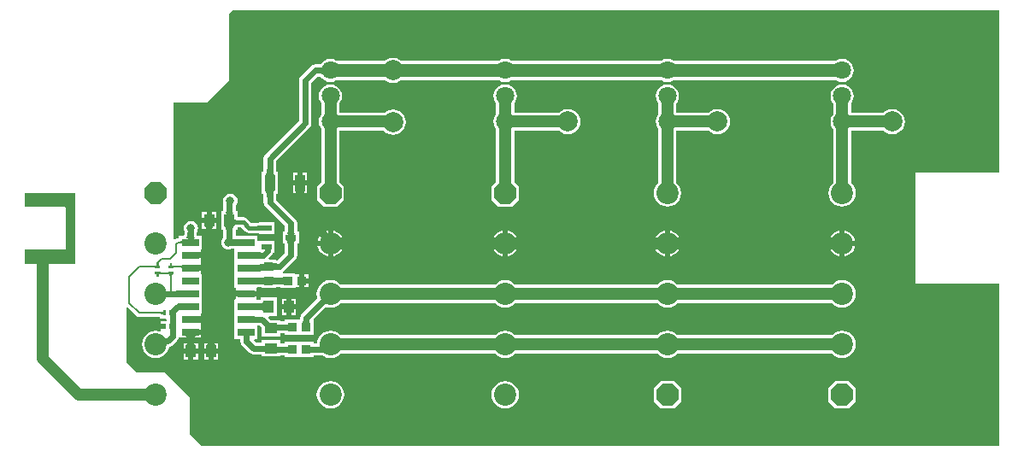
<source format=gbl>
G04*
G04 #@! TF.GenerationSoftware,Altium Limited,Altium Designer,20.2.7 (254)*
G04*
G04 Layer_Physical_Order=2*
G04 Layer_Color=16711680*
%FSLAX25Y25*%
%MOIN*%
G70*
G04*
G04 #@! TF.SameCoordinates,96668020-E94A-4B99-9336-B782C63C42B1*
G04*
G04*
G04 #@! TF.FilePolarity,Positive*
G04*
G01*
G75*
%ADD11C,0.00787*%
%ADD12C,0.01968*%
%ADD13R,0.03937X0.06299*%
%ADD14R,0.03937X0.04921*%
%ADD17R,0.03347X0.03347*%
%ADD18R,0.04921X0.03937*%
%ADD31C,0.02953*%
%ADD32C,0.02362*%
%ADD33C,0.01575*%
%ADD35C,0.04724*%
%ADD36P,0.09375X8X112.5*%
%ADD37C,0.08661*%
%ADD38C,0.07874*%
%ADD39C,0.07087*%
%ADD40C,0.03150*%
%ADD41R,0.03347X0.03347*%
%ADD42R,0.00984X0.01968*%
%ADD43R,0.01968X0.00984*%
%ADD44R,0.06575X0.02992*%
%ADD45R,0.03937X0.02362*%
%ADD46C,0.05118*%
G36*
X77768Y84557D02*
X77803Y84153D01*
X77862Y83797D01*
X77945Y83488D01*
X78051Y83227D01*
X78181Y83013D01*
X78335Y82847D01*
X78512Y82728D01*
X78713Y82657D01*
X78937Y82634D01*
X74213D01*
X74437Y82657D01*
X74638Y82728D01*
X74815Y82847D01*
X74968Y83013D01*
X75099Y83227D01*
X75205Y83488D01*
X75287Y83797D01*
X75346Y84153D01*
X75382Y84557D01*
X75394Y85008D01*
X77756D01*
X77768Y84557D01*
D02*
G37*
G36*
X75740Y80326D02*
X75634Y80410D01*
X75493Y80485D01*
X75317Y80551D01*
X75105Y80609D01*
X74859Y80657D01*
X74577Y80697D01*
X73908Y80750D01*
X73311Y80763D01*
Y80374D01*
X73303Y80449D01*
X73279Y80516D01*
X73239Y80575D01*
X73184Y80626D01*
X73112Y80669D01*
X73024Y80705D01*
X72920Y80732D01*
X72800Y80752D01*
X72664Y80764D01*
X72512Y80768D01*
Y81555D01*
X72664Y81559D01*
X72800Y81571D01*
X72920Y81590D01*
X73024Y81618D01*
X73112Y81653D01*
X73184Y81697D01*
X73239Y81748D01*
X73279Y81807D01*
X73303Y81874D01*
X73311Y81949D01*
Y81557D01*
X73521Y81559D01*
X74859Y81666D01*
X75105Y81714D01*
X75317Y81772D01*
X75493Y81838D01*
X75634Y81913D01*
X75740Y81997D01*
Y80326D01*
D02*
G37*
G36*
X392095Y108268D02*
X359449D01*
Y64961D01*
X392095D01*
Y1606D01*
X81072D01*
X76378Y6299D01*
Y20472D01*
X66535Y30315D01*
X55512D01*
X51575Y34252D01*
X51575Y55684D01*
X52075Y55891D01*
X55558Y52408D01*
X56078Y52060D01*
X56693Y51938D01*
X56693Y51938D01*
X64665D01*
Y51378D01*
X65730D01*
X65847Y51355D01*
X66831D01*
X67214Y51086D01*
X67222Y50697D01*
X66962Y50197D01*
X65059D01*
Y49409D01*
X66339D01*
Y49409D01*
X66831D01*
Y47441D01*
X65847D01*
Y47441D01*
X65059D01*
Y46777D01*
X64665Y46399D01*
X64380Y46517D01*
X62992Y46699D01*
X61605Y46517D01*
X60312Y45981D01*
X59201Y45129D01*
X58350Y44019D01*
X57814Y42726D01*
X57631Y41339D01*
X57814Y39951D01*
X58350Y38658D01*
X59201Y37548D01*
X60312Y36696D01*
X61605Y36160D01*
X62992Y35978D01*
X64380Y36160D01*
X65672Y36696D01*
X66783Y37548D01*
X67635Y38658D01*
X68170Y39951D01*
X68207Y40228D01*
X68662Y40319D01*
X69444Y40841D01*
X71388Y42785D01*
X71910Y43567D01*
X72000Y44018D01*
X72500Y43969D01*
Y43878D01*
X75184D01*
X75099Y44087D01*
X74968Y44299D01*
X74815Y44465D01*
X74638Y44583D01*
X74437Y44654D01*
X74213Y44677D01*
X75591D01*
Y46161D01*
X76575D01*
Y47146D01*
X80650D01*
Y48378D01*
X80650Y48445D01*
Y48878D01*
X80650Y48945D01*
Y49900D01*
X80228Y49871D01*
X80063Y49832D01*
X79945Y49786D01*
X79874Y49735D01*
X79850Y49677D01*
Y50177D01*
X76575D01*
Y52146D01*
X79850D01*
Y52645D01*
X79874Y52588D01*
X79945Y52536D01*
X80063Y52491D01*
X80228Y52452D01*
X80441Y52418D01*
X80650Y52400D01*
X80650Y53228D01*
X81043Y53484D01*
X81043Y53702D01*
X81043Y53702D01*
Y58484D01*
Y63484D01*
Y68621D01*
X81043Y68621D01*
X81043Y68839D01*
X80650Y69095D01*
X80650Y69339D01*
Y70105D01*
X80559Y70097D01*
X80342Y70052D01*
X80165Y69997D01*
X80027Y69932D01*
X79929Y69857D01*
X79870Y69772D01*
X79850Y69677D01*
Y70177D01*
X76575D01*
Y72146D01*
X79850D01*
Y72645D01*
X79870Y72550D01*
X79929Y72465D01*
X80027Y72391D01*
X80165Y72326D01*
X80342Y72271D01*
X80559Y72226D01*
X80650Y72213D01*
Y73378D01*
X80650Y73445D01*
Y73878D01*
X80650Y73945D01*
Y75105D01*
X80559Y75097D01*
X80342Y75052D01*
X80165Y74997D01*
X80027Y74932D01*
X79929Y74857D01*
X79870Y74772D01*
X79850Y74677D01*
Y75177D01*
X76575D01*
Y77146D01*
X79850D01*
Y77645D01*
X79870Y77551D01*
X79929Y77465D01*
X80027Y77391D01*
X80165Y77326D01*
X80342Y77271D01*
X80559Y77226D01*
X80650Y77213D01*
X80650Y78228D01*
X81043Y78484D01*
X81043Y78702D01*
X81043Y78702D01*
Y83839D01*
X79102D01*
X79089Y83872D01*
X79041Y84052D01*
X78999Y84304D01*
X78983Y84480D01*
Y84969D01*
X79179Y85224D01*
X79457Y85895D01*
X79551Y86614D01*
X79457Y87334D01*
X79179Y88004D01*
X78737Y88580D01*
X78162Y89021D01*
X77491Y89299D01*
X76772Y89394D01*
X76052Y89299D01*
X75382Y89021D01*
X74806Y88580D01*
X74364Y88004D01*
X74087Y87334D01*
X73992Y86614D01*
X74087Y85895D01*
X74166Y85702D01*
Y84480D01*
X74151Y84304D01*
X74109Y84052D01*
X74061Y83872D01*
X74047Y83839D01*
X72106D01*
Y83060D01*
X71713Y82767D01*
X71098Y82645D01*
X70577Y82297D01*
X70577Y82297D01*
X70541Y82260D01*
X70079Y82452D01*
Y135827D01*
X83071D01*
X91732Y144488D01*
X91732Y170472D01*
X92883Y171623D01*
X392095D01*
Y108268D01*
D02*
G37*
G36*
X31496Y72835D02*
X11811D01*
Y78314D01*
X27559D01*
X27860Y78439D01*
X27985Y78740D01*
Y94488D01*
X27860Y94789D01*
X27559Y94914D01*
X11811D01*
Y100394D01*
X31496D01*
Y72835D01*
D02*
G37*
G36*
X69291Y72146D02*
X69882D01*
Y72115D01*
X69901Y72102D01*
X69941Y72090D01*
X69996Y72078D01*
X70067Y72069D01*
X70256Y72055D01*
X70657Y72047D01*
Y71260D01*
X70508Y71259D01*
X69996Y71229D01*
X69941Y71218D01*
X69901Y71205D01*
X69882Y71192D01*
Y71161D01*
X67913D01*
Y72146D01*
X68504D01*
Y73130D01*
X69291D01*
Y72146D01*
D02*
G37*
G36*
X64173Y72921D02*
X64177Y72769D01*
X64189Y72633D01*
X64209Y72513D01*
X64236Y72409D01*
X64272Y72321D01*
X64315Y72250D01*
X64366Y72194D01*
X64425Y72154D01*
X64447Y72146D01*
X64764D01*
Y71161D01*
X62795D01*
Y71192D01*
X62776Y71205D01*
X62736Y71218D01*
X62681Y71229D01*
X62610Y71238D01*
X62422Y71252D01*
X62020Y71260D01*
Y72047D01*
X62169Y72048D01*
X62681Y72078D01*
X62736Y72090D01*
X62776Y72102D01*
X62795Y72115D01*
Y72146D01*
X63112D01*
X63134Y72154D01*
X63193Y72194D01*
X63244Y72250D01*
X63287Y72321D01*
X63323Y72409D01*
X63350Y72513D01*
X63370Y72633D01*
X63382Y72769D01*
X63386Y72921D01*
Y73130D01*
X64173D01*
Y72921D01*
D02*
G37*
G36*
X73311Y70866D02*
X73303Y70941D01*
X73279Y71008D01*
X73239Y71067D01*
X73184Y71118D01*
X73112Y71161D01*
X73024Y71197D01*
X72920Y71224D01*
X72800Y71244D01*
X72664Y71256D01*
X72512Y71260D01*
Y72047D01*
X72664Y72051D01*
X72800Y72063D01*
X72920Y72083D01*
X73024Y72110D01*
X73112Y72146D01*
X73184Y72189D01*
X73239Y72240D01*
X73279Y72299D01*
X73303Y72366D01*
X73311Y72441D01*
Y70866D01*
D02*
G37*
G36*
X69882Y68602D02*
X69566D01*
X69543Y68594D01*
X69484Y68554D01*
X69433Y68498D01*
X69390Y68427D01*
X69354Y68339D01*
X69327Y68235D01*
X69307Y68115D01*
X69295Y67979D01*
X69291Y67827D01*
Y67618D01*
X68504D01*
Y67827D01*
X68500Y67979D01*
X68488Y68115D01*
X68468Y68235D01*
X68441Y68339D01*
X68405Y68427D01*
X68362Y68498D01*
X68311Y68554D01*
X68252Y68594D01*
X68230Y68602D01*
X67913D01*
Y68633D01*
X67894Y68646D01*
X67854Y68658D01*
X67799Y68670D01*
X67729Y68679D01*
X67540Y68693D01*
X67138Y68701D01*
Y69488D01*
X67288Y69489D01*
X67799Y69519D01*
X67854Y69530D01*
X67894Y69543D01*
X67913Y69556D01*
Y69587D01*
X69882D01*
Y68602D01*
D02*
G37*
G36*
X64764Y69556D02*
X64783Y69543D01*
X64823Y69530D01*
X64878Y69519D01*
X64949Y69510D01*
X65138Y69496D01*
X65539Y69488D01*
Y68701D01*
X65390Y68700D01*
X64878Y68670D01*
X64823Y68658D01*
X64783Y68646D01*
X64764Y68633D01*
Y68602D01*
X64173D01*
Y67618D01*
X63386D01*
Y68602D01*
X62795D01*
Y69587D01*
X64764D01*
Y69556D01*
D02*
G37*
G36*
X73299Y59677D02*
X73276Y59709D01*
X73205Y59737D01*
X73087Y59762D01*
X72922Y59783D01*
X72449Y59816D01*
X70937Y59842D01*
Y62205D01*
X71386Y62209D01*
X72709Y62315D01*
X72922Y62363D01*
X73087Y62421D01*
X73205Y62487D01*
X73276Y62562D01*
X73299Y62646D01*
Y59677D01*
D02*
G37*
G36*
Y54677D02*
X73282Y54734D01*
X73228Y54785D01*
X73138Y54829D01*
X73013Y54868D01*
X72852Y54900D01*
X72655Y54927D01*
X72154Y54963D01*
X71510Y54975D01*
Y57337D01*
X71850Y57340D01*
X72852Y57414D01*
X73013Y57448D01*
X73138Y57488D01*
X73228Y57534D01*
X73282Y57587D01*
X73299Y57645D01*
Y54677D01*
D02*
G37*
G36*
X69390Y53937D02*
X70374D01*
Y53150D01*
X69390D01*
Y52559D01*
X68405D01*
Y54528D01*
X69390D01*
Y53937D01*
D02*
G37*
G36*
X66831Y52559D02*
X65847D01*
Y52875D01*
X65838Y52898D01*
X65798Y52957D01*
X65743Y53008D01*
X65671Y53051D01*
X65583Y53087D01*
X65479Y53114D01*
X65359Y53134D01*
X65223Y53146D01*
X65071Y53150D01*
X64862D01*
Y53937D01*
X65071D01*
X65223Y53941D01*
X65359Y53953D01*
X65479Y53972D01*
X65583Y54000D01*
X65671Y54035D01*
X65743Y54079D01*
X65798Y54130D01*
X65838Y54189D01*
X65847Y54211D01*
Y54528D01*
X66831D01*
Y52559D01*
D02*
G37*
G36*
X69390Y48819D02*
X70374D01*
Y48031D01*
X69390D01*
Y47441D01*
X68405D01*
Y49409D01*
X69390D01*
Y48819D01*
D02*
G37*
%LPC*%
G36*
X155561Y153153D02*
X154276Y152984D01*
X153079Y152488D01*
X152393Y151961D01*
X133673D01*
X133435Y152144D01*
X132334Y152600D01*
X131152Y152756D01*
X129970Y152600D01*
X128868Y152144D01*
X127922Y151418D01*
X127368Y150696D01*
X127365Y150695D01*
X126011Y150598D01*
X125197D01*
X124275Y150414D01*
X123494Y149892D01*
X119557Y145955D01*
X119035Y145174D01*
X118851Y144252D01*
Y128557D01*
X105777Y115483D01*
X105255Y114701D01*
X105072Y113779D01*
Y109218D01*
X105066Y109068D01*
X105037Y108796D01*
X105013Y108661D01*
X104331D01*
Y107524D01*
X104320Y107468D01*
X104331Y107412D01*
Y101249D01*
X104320Y101193D01*
X104331Y101137D01*
Y100000D01*
X105013D01*
X105034Y99881D01*
X105072Y99418D01*
Y96850D01*
X105255Y95929D01*
X105777Y95147D01*
X113340Y87585D01*
Y85990D01*
X113334Y85839D01*
X113304Y85568D01*
X113280Y85433D01*
X112598D01*
Y84296D01*
X112587Y84240D01*
X112598Y84184D01*
Y81958D01*
X112587Y81902D01*
X112598Y81846D01*
Y80709D01*
X113280D01*
X113302Y80590D01*
X113340Y80127D01*
Y76982D01*
X110440Y74082D01*
X109941Y74113D01*
Y74508D01*
X108804D01*
X108748Y74519D01*
X108692Y74508D01*
X107321D01*
X107130Y74970D01*
X108209Y76048D01*
X108731Y76830D01*
X108758Y76968D01*
X109449D01*
Y81693D01*
X106627D01*
X106505Y81717D01*
X106384Y81693D01*
X103150D01*
Y81693D01*
X102697Y81807D01*
Y83839D01*
X95009D01*
X94953Y83850D01*
X94916Y83842D01*
X94879Y83847D01*
X94845Y83839D01*
X94141D01*
Y85565D01*
X94146Y85716D01*
X94176Y85987D01*
X94200Y86122D01*
X94882D01*
Y86965D01*
X94932Y86969D01*
X96413D01*
X97990Y85392D01*
X98641Y84957D01*
X99410Y84804D01*
X103150D01*
Y84449D01*
X104287D01*
X104343Y84438D01*
X104399Y84449D01*
X109449D01*
Y89173D01*
X104399D01*
X104343Y89184D01*
X104287Y89173D01*
X103150D01*
Y88818D01*
X100241D01*
X98663Y90396D01*
X98012Y90831D01*
X97244Y90983D01*
X94932D01*
X94882Y90988D01*
Y92156D01*
X94893Y92212D01*
X94882Y92268D01*
Y93405D01*
X94200D01*
X94179Y93524D01*
X94141Y93988D01*
Y95343D01*
X94533Y95854D01*
X94811Y96525D01*
X94906Y97244D01*
X94811Y97964D01*
X94533Y98634D01*
X94091Y99210D01*
X93516Y99651D01*
X92845Y99929D01*
X92126Y100024D01*
X91407Y99929D01*
X90736Y99651D01*
X90161Y99210D01*
X89719Y98634D01*
X89441Y97964D01*
X89346Y97244D01*
X89385Y96947D01*
X89324Y96637D01*
Y93962D01*
X89318Y93812D01*
X89289Y93540D01*
X89265Y93405D01*
X88583D01*
Y92268D01*
X88572Y92212D01*
X88583Y92156D01*
Y87371D01*
X88572Y87315D01*
X88583Y87259D01*
Y86122D01*
X89265D01*
X89286Y86003D01*
X89324Y85540D01*
Y83004D01*
X88931Y82492D01*
X88654Y81822D01*
X88559Y81102D01*
X88654Y80383D01*
X88931Y79712D01*
X89373Y79137D01*
X89949Y78695D01*
X90619Y78417D01*
X91339Y78323D01*
X92058Y78417D01*
X92725Y78694D01*
X93760D01*
Y73484D01*
Y68484D01*
Y63701D01*
X93760Y63701D01*
X93760Y63484D01*
X94154Y63228D01*
X94154Y62984D01*
Y62218D01*
X94244Y62226D01*
X94461Y62271D01*
X94638Y62326D01*
X94776Y62391D01*
X94874Y62466D01*
X94933Y62550D01*
X94953Y62646D01*
Y62146D01*
X98228D01*
X102303D01*
X102303Y63228D01*
X102697Y63484D01*
X102697Y63682D01*
X103176Y63753D01*
X103823D01*
X104168Y63735D01*
X104232Y63727D01*
Y63287D01*
X105369D01*
X105425Y63276D01*
X105481Y63287D01*
X108692D01*
X108748Y63276D01*
X108804Y63287D01*
X109941D01*
Y63700D01*
X110431Y63733D01*
X111323D01*
X111652Y63717D01*
X111713Y63710D01*
Y63287D01*
X112850D01*
X112906Y63276D01*
X112962Y63287D01*
X117421Y63287D01*
X117678Y63681D01*
X117921Y63681D01*
X119095D01*
Y66142D01*
Y68602D01*
X117678D01*
X117421Y68996D01*
X117361Y68996D01*
X112962D01*
X112906Y69007D01*
X112759Y69108D01*
X112763Y69712D01*
X113120Y69950D01*
X117451Y74281D01*
X117973Y75063D01*
X118157Y75984D01*
Y80152D01*
X118162Y80302D01*
X118192Y80574D01*
X118216Y80709D01*
X118898D01*
Y81846D01*
X118909Y81902D01*
X118898Y81958D01*
Y84184D01*
X118909Y84240D01*
X118898Y84296D01*
Y85433D01*
X118216D01*
X118195Y85552D01*
X118157Y86015D01*
Y88583D01*
X117973Y89504D01*
X117451Y90286D01*
X109889Y97848D01*
Y99443D01*
X109894Y99594D01*
X109924Y99865D01*
X109948Y100000D01*
X110630D01*
Y101137D01*
X110641Y101193D01*
X110630Y101249D01*
Y107412D01*
X110641Y107468D01*
X110630Y107524D01*
Y108661D01*
X109948D01*
X109927Y108780D01*
X109889Y109244D01*
Y112782D01*
X122963Y125856D01*
X123485Y126637D01*
X123668Y127559D01*
Y143254D01*
X126192Y145778D01*
X126375Y145773D01*
X127354Y145684D01*
X127368Y145682D01*
X127922Y144960D01*
X128868Y144234D01*
X129970Y143778D01*
X131152Y143622D01*
X132334Y143778D01*
X133435Y144234D01*
X133673Y144417D01*
X152393D01*
X153079Y143890D01*
X154276Y143394D01*
X155561Y143225D01*
X156846Y143394D01*
X158043Y143890D01*
X158729Y144417D01*
X196790D01*
X197028Y144234D01*
X198129Y143778D01*
X199311Y143622D01*
X200493Y143778D01*
X201594Y144234D01*
X201832Y144417D01*
X260028D01*
X260266Y144234D01*
X261367Y143778D01*
X262549Y143622D01*
X263731Y143778D01*
X264832Y144234D01*
X265070Y144417D01*
X328188D01*
X328425Y144234D01*
X329527Y143778D01*
X330709Y143622D01*
X331891Y143778D01*
X332992Y144234D01*
X333938Y144960D01*
X334664Y145906D01*
X335120Y147007D01*
X335275Y148189D01*
X335120Y149371D01*
X334664Y150472D01*
X333938Y151418D01*
X332992Y152144D01*
X331891Y152600D01*
X330709Y152756D01*
X329527Y152600D01*
X328425Y152144D01*
X328188Y151961D01*
X265070D01*
X264832Y152144D01*
X263731Y152600D01*
X262549Y152756D01*
X261367Y152600D01*
X260266Y152144D01*
X260028Y151961D01*
X201832D01*
X201594Y152144D01*
X200493Y152600D01*
X199311Y152756D01*
X198129Y152600D01*
X197028Y152144D01*
X196790Y151961D01*
X158729D01*
X158043Y152488D01*
X156846Y152984D01*
X155561Y153153D01*
D02*
G37*
G36*
X330709Y142756D02*
X329527Y142600D01*
X328425Y142144D01*
X327480Y141418D01*
X326754Y140472D01*
X326298Y139371D01*
X326142Y138189D01*
X326298Y137007D01*
X326754Y135906D01*
X327135Y135409D01*
Y130969D01*
X326754Y130472D01*
X326298Y129371D01*
X326142Y128189D01*
X326298Y127007D01*
X326754Y125906D01*
X327135Y125409D01*
Y104351D01*
X326918Y104184D01*
X326066Y103074D01*
X325531Y101781D01*
X325348Y100394D01*
X325531Y99006D01*
X326066Y97713D01*
X326918Y96603D01*
X328028Y95751D01*
X329321Y95216D01*
X330709Y95033D01*
X332096Y95216D01*
X333389Y95751D01*
X334499Y96603D01*
X335351Y97713D01*
X335887Y99006D01*
X336069Y100394D01*
X335887Y101781D01*
X335351Y103074D01*
X334499Y104184D01*
X334282Y104351D01*
Y124615D01*
X346770D01*
X347715Y123890D01*
X348912Y123394D01*
X350197Y123225D01*
X351482Y123394D01*
X352679Y123890D01*
X353707Y124679D01*
X354496Y125707D01*
X354991Y126904D01*
X355161Y128189D01*
X354991Y129474D01*
X354496Y130671D01*
X353707Y131699D01*
X352679Y132488D01*
X351482Y132984D01*
X350197Y133153D01*
X348912Y132984D01*
X347715Y132488D01*
X346770Y131763D01*
X334282D01*
Y135409D01*
X334664Y135906D01*
X335120Y137007D01*
X335275Y138189D01*
X335120Y139371D01*
X334664Y140472D01*
X333938Y141418D01*
X332992Y142144D01*
X331891Y142600D01*
X330709Y142756D01*
D02*
G37*
G36*
X262549D02*
X261367Y142600D01*
X260266Y142144D01*
X259320Y141418D01*
X258594Y140472D01*
X258138Y139371D01*
X257983Y138189D01*
X258138Y137007D01*
X258594Y135906D01*
X258975Y135409D01*
Y130969D01*
X258594Y130472D01*
X258138Y129371D01*
X257983Y128189D01*
X258138Y127007D01*
X258594Y125906D01*
X258975Y125409D01*
Y104351D01*
X258758Y104184D01*
X257907Y103074D01*
X257371Y101781D01*
X257188Y100394D01*
X257371Y99006D01*
X257907Y97713D01*
X258758Y96603D01*
X259869Y95751D01*
X261162Y95216D01*
X262549Y95033D01*
X263937Y95216D01*
X265230Y95751D01*
X266340Y96603D01*
X267192Y97713D01*
X267727Y99006D01*
X267910Y100394D01*
X267727Y101781D01*
X267192Y103074D01*
X266340Y104184D01*
X266123Y104351D01*
Y124615D01*
X278611D01*
X279556Y123890D01*
X280753Y123394D01*
X282037Y123225D01*
X283322Y123394D01*
X284519Y123890D01*
X285547Y124679D01*
X286336Y125707D01*
X286832Y126904D01*
X287001Y128189D01*
X286832Y129474D01*
X286336Y130671D01*
X285547Y131699D01*
X284519Y132488D01*
X283322Y132984D01*
X282037Y133153D01*
X280753Y132984D01*
X279556Y132488D01*
X278611Y131763D01*
X266123D01*
Y135409D01*
X266504Y135906D01*
X266960Y137007D01*
X267116Y138189D01*
X266960Y139371D01*
X266504Y140472D01*
X265778Y141418D01*
X264832Y142144D01*
X263731Y142600D01*
X262549Y142756D01*
D02*
G37*
G36*
X199311D02*
X198129Y142600D01*
X197028Y142144D01*
X196082Y141418D01*
X195356Y140472D01*
X194900Y139371D01*
X194744Y138189D01*
X194900Y137007D01*
X195356Y135906D01*
X195737Y135409D01*
Y130969D01*
X195356Y130472D01*
X194900Y129371D01*
X194744Y128189D01*
X194900Y127007D01*
X195356Y125906D01*
X195737Y125409D01*
Y104792D01*
X193996Y103051D01*
Y97736D01*
X196653Y95079D01*
X201969D01*
X204626Y97736D01*
Y103051D01*
X202885Y104792D01*
Y124615D01*
X220294D01*
X221239Y123890D01*
X222436Y123394D01*
X223721Y123225D01*
X225005Y123394D01*
X226202Y123890D01*
X227230Y124679D01*
X228019Y125707D01*
X228515Y126904D01*
X228684Y128189D01*
X228515Y129474D01*
X228019Y130671D01*
X227230Y131699D01*
X226202Y132488D01*
X225005Y132984D01*
X223721Y133153D01*
X222436Y132984D01*
X221239Y132488D01*
X220294Y131763D01*
X202885D01*
Y135409D01*
X203266Y135906D01*
X203722Y137007D01*
X203878Y138189D01*
X203722Y139371D01*
X203266Y140472D01*
X202540Y141418D01*
X201594Y142144D01*
X200493Y142600D01*
X199311Y142756D01*
D02*
G37*
G36*
X131152D02*
X129970Y142600D01*
X128868Y142144D01*
X127922Y141418D01*
X127197Y140472D01*
X126741Y139371D01*
X126585Y138189D01*
X126741Y137007D01*
X127197Y135906D01*
X127578Y135409D01*
Y130969D01*
X127197Y130472D01*
X126741Y129371D01*
X126585Y128189D01*
X126741Y127007D01*
X127197Y125906D01*
X127578Y125409D01*
Y104792D01*
X125837Y103051D01*
Y97736D01*
X128494Y95079D01*
X133809D01*
X136467Y97736D01*
Y103051D01*
X134725Y104792D01*
Y124615D01*
X151979D01*
X152051Y124522D01*
X153079Y123733D01*
X154276Y123237D01*
X155561Y123068D01*
X156846Y123237D01*
X158043Y123733D01*
X159071Y124522D01*
X159860Y125550D01*
X160356Y126747D01*
X160525Y128032D01*
X160356Y129316D01*
X159860Y130513D01*
X159071Y131541D01*
X158043Y132330D01*
X156846Y132826D01*
X155561Y132995D01*
X154276Y132826D01*
X153079Y132330D01*
X152340Y131763D01*
X134725D01*
Y135409D01*
X135106Y135906D01*
X135563Y137007D01*
X135718Y138189D01*
X135563Y139371D01*
X135106Y140472D01*
X134381Y141418D01*
X133435Y142144D01*
X132334Y142600D01*
X131152Y142756D01*
D02*
G37*
G36*
X122047Y108268D02*
X120276D01*
Y105315D01*
X122047D01*
Y108268D01*
D02*
G37*
G36*
X118307D02*
X116535D01*
Y105315D01*
X118307D01*
Y108268D01*
D02*
G37*
G36*
X122047Y103347D02*
X120276D01*
Y101193D01*
X121248D01*
X121157Y101164D01*
X121075Y101075D01*
X121003Y100927D01*
X120941Y100721D01*
X120888Y100455D01*
X120880Y100394D01*
X122047D01*
Y103347D01*
D02*
G37*
G36*
X118307D02*
X116535D01*
Y100394D01*
X117699D01*
X117695Y100455D01*
X117642Y100721D01*
X117580Y100927D01*
X117508Y101075D01*
X117426Y101164D01*
X117335Y101193D01*
X118307D01*
Y103347D01*
D02*
G37*
G36*
X86614Y93012D02*
X84842D01*
Y90748D01*
X86614D01*
Y93012D01*
D02*
G37*
G36*
X82874D02*
X81102D01*
Y90748D01*
X82874D01*
Y93012D01*
D02*
G37*
G36*
X86614Y88779D02*
X84842D01*
Y87315D01*
X85815D01*
X85630Y87296D01*
X85465Y87236D01*
X85319Y87138D01*
X85193Y87000D01*
X85086Y86823D01*
X84998Y86607D01*
X84974Y86516D01*
X86614D01*
Y88779D01*
D02*
G37*
G36*
X82874D02*
X81102D01*
Y86516D01*
X82743D01*
X82718Y86607D01*
X82631Y86823D01*
X82524Y87000D01*
X82398Y87138D01*
X82252Y87236D01*
X82086Y87296D01*
X81902Y87315D01*
X82874D01*
Y88779D01*
D02*
G37*
G36*
X331693Y85741D02*
Y81693D01*
X335741D01*
X335695Y82045D01*
X335179Y83290D01*
X334359Y84359D01*
X333290Y85179D01*
X332045Y85695D01*
X331693Y85741D01*
D02*
G37*
G36*
X329724D02*
X329373Y85695D01*
X328128Y85179D01*
X327058Y84359D01*
X326238Y83290D01*
X325722Y82045D01*
X325676Y81693D01*
X329724D01*
Y85741D01*
D02*
G37*
G36*
X263533D02*
Y81693D01*
X267582D01*
X267536Y82045D01*
X267020Y83290D01*
X266199Y84359D01*
X265130Y85179D01*
X263885Y85695D01*
X263533Y85741D01*
D02*
G37*
G36*
X132136D02*
Y81693D01*
X136184D01*
X136138Y82045D01*
X135622Y83290D01*
X134802Y84359D01*
X133733Y85179D01*
X132488Y85695D01*
X132136Y85741D01*
D02*
G37*
G36*
X130167D02*
X129815Y85695D01*
X128570Y85179D01*
X127501Y84359D01*
X126681Y83290D01*
X126165Y82045D01*
X126119Y81693D01*
X130167D01*
Y85741D01*
D02*
G37*
G36*
X261565D02*
X261213Y85695D01*
X259968Y85179D01*
X258899Y84359D01*
X258079Y83290D01*
X257563Y82045D01*
X257517Y81693D01*
X261565D01*
Y85741D01*
D02*
G37*
G36*
X200295D02*
Y81693D01*
X204344D01*
X204297Y82045D01*
X203782Y83290D01*
X202961Y84359D01*
X201892Y85179D01*
X200647Y85695D01*
X200295Y85741D01*
D02*
G37*
G36*
X198327D02*
X197975Y85695D01*
X196730Y85179D01*
X195661Y84359D01*
X194840Y83290D01*
X194325Y82045D01*
X194278Y81693D01*
X198327D01*
Y85741D01*
D02*
G37*
G36*
Y79724D02*
X194278D01*
X194325Y79373D01*
X194840Y78127D01*
X195661Y77058D01*
X196730Y76238D01*
X197975Y75722D01*
X198327Y75676D01*
Y79724D01*
D02*
G37*
G36*
X267582Y79724D02*
X263533D01*
Y75676D01*
X263885Y75722D01*
X265130Y76238D01*
X266199Y77058D01*
X267020Y78127D01*
X267536Y79373D01*
X267582Y79724D01*
D02*
G37*
G36*
X130167D02*
X126119D01*
X126165Y79373D01*
X126681Y78127D01*
X127501Y77058D01*
X128570Y76238D01*
X129815Y75722D01*
X130167Y75676D01*
Y79724D01*
D02*
G37*
G36*
X335741Y79724D02*
X331693D01*
Y75676D01*
X332045Y75722D01*
X333290Y76238D01*
X334359Y77058D01*
X335179Y78127D01*
X335695Y79373D01*
X335741Y79724D01*
D02*
G37*
G36*
X329724D02*
X325676D01*
X325722Y79373D01*
X326238Y78127D01*
X327058Y77058D01*
X328128Y76238D01*
X329373Y75722D01*
X329724Y75676D01*
Y79724D01*
D02*
G37*
G36*
X136184Y79724D02*
X132136D01*
Y75676D01*
X132488Y75722D01*
X133733Y76238D01*
X134802Y77058D01*
X135622Y78127D01*
X136138Y79373D01*
X136184Y79724D01*
D02*
G37*
G36*
X261565D02*
X257517D01*
X257563Y79373D01*
X258079Y78127D01*
X258899Y77058D01*
X259968Y76238D01*
X261213Y75722D01*
X261565Y75676D01*
Y79724D01*
D02*
G37*
G36*
X204344Y79724D02*
X200295D01*
Y75676D01*
X200647Y75722D01*
X201892Y76238D01*
X202961Y77058D01*
X203782Y78127D01*
X204297Y79373D01*
X204344Y79724D01*
D02*
G37*
G36*
X121063Y68602D02*
Y67126D01*
X122539D01*
Y68602D01*
X121063D01*
D02*
G37*
G36*
X330709Y66385D02*
X329321Y66202D01*
X328028Y65666D01*
X326918Y64814D01*
X326752Y64597D01*
X266506D01*
X266340Y64814D01*
X265230Y65666D01*
X263937Y66202D01*
X262549Y66385D01*
X261162Y66202D01*
X259869Y65666D01*
X258758Y64814D01*
X258592Y64597D01*
X203268D01*
X203102Y64814D01*
X201991Y65666D01*
X200698Y66202D01*
X199311Y66385D01*
X197924Y66202D01*
X196631Y65666D01*
X195520Y64814D01*
X195354Y64597D01*
X135109D01*
X134942Y64814D01*
X133832Y65666D01*
X132539Y66202D01*
X131152Y66385D01*
X129764Y66202D01*
X128471Y65666D01*
X127361Y64814D01*
X126509Y63704D01*
X125973Y62411D01*
X125791Y61024D01*
X125973Y59636D01*
X126086Y59364D01*
X120020Y53298D01*
X119498Y52517D01*
X119315Y51595D01*
Y50886D01*
X113287D01*
Y50440D01*
X111516D01*
Y50787D01*
X108131D01*
X107116Y51802D01*
X107307Y52264D01*
X110236D01*
Y59547D01*
X105283D01*
X105277Y59549D01*
X105248Y59547D01*
X105186D01*
X105130Y59558D01*
X105074Y59547D01*
X103937D01*
Y58661D01*
X103752Y58618D01*
X103488Y58581D01*
X103344Y58570D01*
X103176D01*
X102697Y58839D01*
X102303Y59095D01*
X102303Y59339D01*
Y60177D01*
X98228D01*
X94953D01*
Y59677D01*
X94933Y59772D01*
X94874Y59857D01*
X94776Y59932D01*
X94638Y59997D01*
X94461Y60052D01*
X94244Y60097D01*
X94154Y60110D01*
X94154Y59095D01*
X93760Y58839D01*
X93760Y58621D01*
X93760Y58621D01*
Y53484D01*
Y48484D01*
Y43484D01*
X96031D01*
Y42506D01*
X96214Y41584D01*
X96736Y40803D01*
X99478Y38061D01*
X100259Y37539D01*
X101181Y37355D01*
X104232D01*
Y36614D01*
X111516D01*
Y36962D01*
X113287D01*
Y36516D01*
X124508D01*
Y36962D01*
X127479D01*
X127992Y37064D01*
X128471Y36696D01*
X129764Y36160D01*
X131152Y35978D01*
X132539Y36160D01*
X133832Y36696D01*
X134942Y37548D01*
X135109Y37765D01*
X195354D01*
X195520Y37548D01*
X196631Y36696D01*
X197924Y36160D01*
X199311Y35978D01*
X200698Y36160D01*
X201991Y36696D01*
X203102Y37548D01*
X203268Y37765D01*
X258592D01*
X258758Y37548D01*
X259869Y36696D01*
X261162Y36160D01*
X262549Y35978D01*
X263937Y36160D01*
X265230Y36696D01*
X266340Y37548D01*
X266506Y37765D01*
X326752D01*
X326918Y37548D01*
X328028Y36696D01*
X329321Y36160D01*
X330709Y35978D01*
X332096Y36160D01*
X333389Y36696D01*
X334499Y37548D01*
X335351Y38658D01*
X335887Y39951D01*
X336069Y41339D01*
X335887Y42726D01*
X335351Y44019D01*
X334499Y45129D01*
X333389Y45981D01*
X332096Y46517D01*
X330709Y46699D01*
X329321Y46517D01*
X328028Y45981D01*
X326918Y45129D01*
X326752Y44912D01*
X266506D01*
X266340Y45129D01*
X265230Y45981D01*
X263937Y46517D01*
X262549Y46699D01*
X261162Y46517D01*
X259869Y45981D01*
X258758Y45129D01*
X258592Y44912D01*
X203268D01*
X203102Y45129D01*
X201991Y45981D01*
X200698Y46517D01*
X199311Y46699D01*
X197924Y46517D01*
X196631Y45981D01*
X195520Y45129D01*
X195354Y44912D01*
X135109D01*
X134942Y45129D01*
X133832Y45981D01*
X132539Y46517D01*
X131152Y46699D01*
X129764Y46517D01*
X128471Y45981D01*
X127361Y45129D01*
X126509Y44019D01*
X125973Y42726D01*
X125849Y41779D01*
X124508D01*
Y42224D01*
X113287D01*
Y41779D01*
X111516D01*
Y42913D01*
X104232D01*
Y42172D01*
X102179D01*
X101329Y43022D01*
X101520Y43484D01*
X102697D01*
Y48688D01*
X103417D01*
X104232Y47873D01*
Y44488D01*
X111516D01*
Y45623D01*
X113287D01*
Y45177D01*
X124508D01*
Y50886D01*
X124508Y50886D01*
X124508D01*
X124789Y51255D01*
X129492Y55958D01*
X129764Y55845D01*
X131152Y55663D01*
X132539Y55845D01*
X133832Y56381D01*
X134942Y57233D01*
X135109Y57450D01*
X195354D01*
X195520Y57233D01*
X196631Y56381D01*
X197924Y55845D01*
X199311Y55663D01*
X200698Y55845D01*
X201991Y56381D01*
X203102Y57233D01*
X203268Y57450D01*
X258592D01*
X258758Y57233D01*
X259869Y56381D01*
X261162Y55845D01*
X262549Y55663D01*
X263937Y55845D01*
X265230Y56381D01*
X266340Y57233D01*
X266506Y57450D01*
X326752D01*
X326918Y57233D01*
X328028Y56381D01*
X329321Y55845D01*
X330709Y55663D01*
X332096Y55845D01*
X333389Y56381D01*
X334499Y57233D01*
X335351Y58343D01*
X335887Y59636D01*
X336069Y61024D01*
X335887Y62411D01*
X335351Y63704D01*
X334499Y64814D01*
X333389Y65666D01*
X332096Y66202D01*
X330709Y66385D01*
D02*
G37*
G36*
X122539Y65158D02*
X121063D01*
Y63681D01*
X122539D01*
Y65158D01*
D02*
G37*
G36*
X117717Y59153D02*
X115945D01*
Y56890D01*
X117717D01*
Y59153D01*
D02*
G37*
G36*
X113976D02*
X112205D01*
Y56890D01*
X113976D01*
Y59153D01*
D02*
G37*
G36*
X117717Y54921D02*
X115945D01*
Y52658D01*
X117717D01*
Y54921D01*
D02*
G37*
G36*
X113976D02*
X112205D01*
Y52658D01*
X113976D01*
Y54921D01*
D02*
G37*
G36*
X80650Y45177D02*
X77559D01*
Y44677D01*
X78937D01*
X78713Y44654D01*
X78512Y44583D01*
X78335Y44465D01*
X78181Y44299D01*
X78051Y44087D01*
X77966Y43878D01*
X80650D01*
Y45177D01*
D02*
G37*
G36*
X87402Y41831D02*
X85965D01*
X86021Y41622D01*
X86106Y41409D01*
X86207Y41244D01*
X86323Y41126D01*
X86455Y41055D01*
X86602Y41031D01*
X85630D01*
Y39567D01*
X87402D01*
Y41831D01*
D02*
G37*
G36*
X83327D02*
X81890D01*
Y39567D01*
X83661D01*
Y41031D01*
X82689D01*
X82837Y41055D01*
X82968Y41126D01*
X83085Y41244D01*
X83185Y41409D01*
X83271Y41622D01*
X83327Y41831D01*
D02*
G37*
G36*
X79527D02*
X77929D01*
X77999Y41622D01*
X78106Y41409D01*
X78232Y41244D01*
X78378Y41126D01*
X78543Y41055D01*
X78728Y41031D01*
X77756D01*
Y39567D01*
X79527D01*
Y41831D01*
D02*
G37*
G36*
X75291D02*
X74016D01*
Y39567D01*
X75787D01*
Y41031D01*
X74815D01*
X74925Y41055D01*
X75023Y41126D01*
X75110Y41244D01*
X75185Y41409D01*
X75249Y41622D01*
X75291Y41831D01*
D02*
G37*
G36*
X87402Y37598D02*
X85630D01*
Y35335D01*
X87402D01*
Y37598D01*
D02*
G37*
G36*
X83661D02*
X81890D01*
Y35335D01*
X83661D01*
Y37598D01*
D02*
G37*
G36*
X79527Y37598D02*
X77756D01*
Y35335D01*
X79527D01*
Y37598D01*
D02*
G37*
G36*
X75787D02*
X74016D01*
Y35335D01*
X75787D01*
Y37598D01*
D02*
G37*
G36*
X333366Y26969D02*
X328051D01*
X325394Y24311D01*
Y18996D01*
X328051Y16339D01*
X333366D01*
X336024Y18996D01*
Y24311D01*
X333366Y26969D01*
D02*
G37*
G36*
X265207D02*
X259892D01*
X257234Y24311D01*
Y18996D01*
X259892Y16339D01*
X265207D01*
X267864Y18996D01*
Y24311D01*
X265207Y26969D01*
D02*
G37*
G36*
X199311Y27014D02*
X197924Y26832D01*
X196631Y26296D01*
X195520Y25444D01*
X194668Y24334D01*
X194133Y23041D01*
X193950Y21654D01*
X194133Y20266D01*
X194668Y18973D01*
X195520Y17863D01*
X196631Y17011D01*
X197924Y16475D01*
X199311Y16293D01*
X200698Y16475D01*
X201991Y17011D01*
X203102Y17863D01*
X203954Y18973D01*
X204489Y20266D01*
X204672Y21654D01*
X204489Y23041D01*
X203954Y24334D01*
X203102Y25444D01*
X201991Y26296D01*
X200698Y26832D01*
X199311Y27014D01*
D02*
G37*
G36*
X131152D02*
X129764Y26832D01*
X128471Y26296D01*
X127361Y25444D01*
X126509Y24334D01*
X125973Y23041D01*
X125791Y21654D01*
X125973Y20266D01*
X126509Y18973D01*
X127361Y17863D01*
X128471Y17011D01*
X129764Y16475D01*
X131152Y16293D01*
X132539Y16475D01*
X133832Y17011D01*
X134942Y17863D01*
X135794Y18973D01*
X136330Y20266D01*
X136512Y21654D01*
X136330Y23041D01*
X135794Y24334D01*
X134942Y25444D01*
X133832Y26296D01*
X132539Y26832D01*
X131152Y27014D01*
D02*
G37*
%LPD*%
G36*
X129530Y146209D02*
X129311Y146361D01*
X129045Y146497D01*
X128730Y146617D01*
X128369Y146720D01*
X127959Y146808D01*
X127502Y146880D01*
X126445Y146976D01*
X125197Y147008D01*
Y149370D01*
X125845Y149378D01*
X127502Y149498D01*
X127959Y149570D01*
X128369Y149657D01*
X128730Y149761D01*
X129045Y149881D01*
X129311Y150017D01*
X129530Y150169D01*
Y146209D01*
D02*
G37*
G36*
X108669Y109382D02*
X108731Y108626D01*
X108785Y108319D01*
X108855Y108059D01*
X108941Y107846D01*
X109041Y107681D01*
X109158Y107563D01*
X109290Y107492D01*
X109437Y107468D01*
X105524D01*
X105671Y107492D01*
X105803Y107563D01*
X105919Y107681D01*
X106020Y107846D01*
X106105Y108059D01*
X106175Y108319D01*
X106229Y108626D01*
X106268Y108980D01*
X106299Y109830D01*
X108661D01*
X108669Y109382D01*
D02*
G37*
G36*
X109290Y101170D02*
X109158Y101099D01*
X109041Y100980D01*
X108941Y100815D01*
X108855Y100603D01*
X108785Y100343D01*
X108731Y100036D01*
X108692Y99681D01*
X108661Y98831D01*
X106299D01*
X106291Y99280D01*
X106229Y100036D01*
X106175Y100343D01*
X106105Y100603D01*
X106020Y100815D01*
X105919Y100980D01*
X105803Y101099D01*
X105671Y101170D01*
X105524Y101193D01*
X109437D01*
X109290Y101170D01*
D02*
G37*
G36*
X92921Y94126D02*
X92983Y93370D01*
X93037Y93063D01*
X93107Y92803D01*
X93192Y92590D01*
X93293Y92425D01*
X93410Y92307D01*
X93542Y92236D01*
X93689Y92212D01*
X89776D01*
X89923Y92236D01*
X90055Y92307D01*
X90171Y92425D01*
X90272Y92590D01*
X90357Y92803D01*
X90427Y93063D01*
X90481Y93370D01*
X90520Y93724D01*
X90551Y94575D01*
X92913D01*
X92921Y94126D01*
D02*
G37*
G36*
X93704Y90402D02*
X93752Y90268D01*
X93831Y90150D01*
X93941Y90047D01*
X94082Y89961D01*
X94256Y89890D01*
X94460Y89835D01*
X94697Y89795D01*
X94964Y89772D01*
X95264Y89764D01*
Y88189D01*
X94964Y88181D01*
X94697Y88157D01*
X94460Y88118D01*
X94256Y88063D01*
X94082Y87992D01*
X93941Y87906D01*
X93831Y87803D01*
X93752Y87685D01*
X93704Y87551D01*
X93689Y87402D01*
Y90551D01*
X93704Y90402D01*
D02*
G37*
G36*
X104343Y85642D02*
X104327Y85714D01*
X104280Y85779D01*
X104201Y85837D01*
X104091Y85886D01*
X103949Y85928D01*
X103776Y85962D01*
X103571Y85989D01*
X103067Y86020D01*
X102768Y86024D01*
Y87598D01*
X103067Y87602D01*
X103776Y87660D01*
X103949Y87694D01*
X104091Y87736D01*
X104201Y87786D01*
X104280Y87843D01*
X104327Y87908D01*
X104343Y87980D01*
Y85642D01*
D02*
G37*
G36*
X93542Y87292D02*
X93410Y87221D01*
X93293Y87103D01*
X93192Y86937D01*
X93107Y86725D01*
X93037Y86465D01*
X92983Y86158D01*
X92944Y85803D01*
X92913Y84953D01*
X90551D01*
X90543Y85402D01*
X90481Y86158D01*
X90427Y86465D01*
X90357Y86725D01*
X90272Y86937D01*
X90171Y87103D01*
X90055Y87221D01*
X89923Y87292D01*
X89776Y87315D01*
X93689D01*
X93542Y87292D01*
D02*
G37*
G36*
X116937Y86153D02*
X116999Y85397D01*
X117053Y85090D01*
X117123Y84830D01*
X117208Y84618D01*
X117309Y84453D01*
X117425Y84334D01*
X117557Y84264D01*
X117704Y84240D01*
X113792D01*
X113939Y84264D01*
X114071Y84334D01*
X114187Y84453D01*
X114288Y84618D01*
X114373Y84830D01*
X114443Y85090D01*
X114497Y85397D01*
X114536Y85752D01*
X114567Y86602D01*
X116929D01*
X116937Y86153D01*
D02*
G37*
G36*
X94953Y79677D02*
X94929Y79724D01*
X94858Y79765D01*
X94740Y79802D01*
X94575Y79834D01*
X94362Y79860D01*
X93796Y79899D01*
X92591Y79921D01*
Y82284D01*
X93040Y82287D01*
X94362Y82374D01*
X94575Y82414D01*
X94740Y82461D01*
X94858Y82515D01*
X94929Y82577D01*
X94953Y82645D01*
Y79677D01*
D02*
G37*
G36*
X117557Y81878D02*
X117425Y81807D01*
X117309Y81689D01*
X117208Y81524D01*
X117123Y81311D01*
X117053Y81051D01*
X116999Y80744D01*
X116960Y80390D01*
X116929Y79540D01*
X114567D01*
X114559Y79988D01*
X114497Y80744D01*
X114443Y81051D01*
X114373Y81311D01*
X114288Y81524D01*
X114187Y81689D01*
X114071Y81807D01*
X113939Y81878D01*
X113792Y81902D01*
X117704D01*
X117557Y81878D01*
D02*
G37*
G36*
X101527Y77588D02*
X101598Y77536D01*
X101716Y77491D01*
X101882Y77452D01*
X102094Y77418D01*
X102661Y77370D01*
X103417Y77346D01*
X103866Y77342D01*
Y74980D01*
X103417Y74977D01*
X101882Y74871D01*
X101716Y74832D01*
X101598Y74786D01*
X101527Y74735D01*
X101504Y74677D01*
Y77645D01*
X101527Y77588D01*
D02*
G37*
G36*
X108772Y73224D02*
X108842Y73142D01*
X108960Y73070D01*
X109126Y73008D01*
X109338Y72955D01*
X109598Y72912D01*
X109905Y72878D01*
X110661Y72839D01*
X111110Y72835D01*
Y70473D01*
X110661Y70468D01*
X109598Y70396D01*
X109338Y70352D01*
X109126Y70300D01*
X108960Y70237D01*
X108842Y70165D01*
X108772Y70083D01*
X108748Y69992D01*
Y73315D01*
X108772Y73224D01*
D02*
G37*
G36*
X105425Y69992D02*
X105408Y70038D01*
X105356Y70078D01*
X105270Y70114D01*
X105149Y70145D01*
X104993Y70171D01*
X104803Y70193D01*
X104318Y70221D01*
X103695Y70231D01*
Y72593D01*
X104026Y72598D01*
X104583Y72642D01*
X104809Y72681D01*
X105001Y72730D01*
X105158Y72791D01*
X105280Y72862D01*
X105367Y72944D01*
X105420Y73038D01*
X105437Y73142D01*
X105425Y69992D01*
D02*
G37*
G36*
X101523Y72588D02*
X101581Y72536D01*
X101679Y72491D01*
X101814Y72452D01*
X101989Y72418D01*
X102203Y72391D01*
X102746Y72355D01*
X103445Y72342D01*
Y69980D01*
X103076Y69977D01*
X101989Y69905D01*
X101814Y69871D01*
X101679Y69832D01*
X101581Y69786D01*
X101523Y69735D01*
X101504Y69677D01*
Y72645D01*
X101523Y72588D01*
D02*
G37*
G36*
X105425Y64481D02*
X105402Y64575D01*
X105331Y64660D01*
X105213Y64735D01*
X105048Y64800D01*
X104835Y64855D01*
X104575Y64900D01*
X104268Y64935D01*
X103512Y64975D01*
X103406Y64977D01*
X101882Y64871D01*
X101716Y64832D01*
X101598Y64786D01*
X101527Y64735D01*
X101504Y64677D01*
Y67646D01*
X101527Y67588D01*
X101598Y67536D01*
X101716Y67491D01*
X101882Y67452D01*
X102094Y67418D01*
X102661Y67370D01*
X103403Y67346D01*
X103512Y67347D01*
X104575Y67416D01*
X104835Y67458D01*
X105048Y67508D01*
X105213Y67568D01*
X105331Y67637D01*
X105402Y67716D01*
X105425Y67803D01*
Y64481D01*
D02*
G37*
G36*
X112906D02*
X112882Y64572D01*
X112811Y64653D01*
X112693Y64725D01*
X112528Y64788D01*
X112315Y64841D01*
X112055Y64884D01*
X111748Y64917D01*
X110992Y64956D01*
X110827Y64958D01*
X110661Y64956D01*
X109598Y64884D01*
X109338Y64841D01*
X109126Y64788D01*
X108960Y64725D01*
X108842Y64653D01*
X108772Y64572D01*
X108748Y64481D01*
Y67803D01*
X108772Y67712D01*
X108842Y67630D01*
X108960Y67558D01*
X109126Y67496D01*
X109338Y67443D01*
X109598Y67400D01*
X109905Y67366D01*
X110661Y67328D01*
X110827Y67326D01*
X110992Y67328D01*
X112055Y67400D01*
X112315Y67443D01*
X112528Y67496D01*
X112693Y67558D01*
X112811Y67630D01*
X112882Y67712D01*
X112906Y67803D01*
Y64481D01*
D02*
G37*
G36*
X105130Y53799D02*
X105106Y54024D01*
X105036Y54224D01*
X104918Y54402D01*
X104752Y54555D01*
X104540Y54685D01*
X104280Y54791D01*
X103973Y54874D01*
X103618Y54933D01*
X103249Y54966D01*
X101882Y54871D01*
X101716Y54832D01*
X101598Y54786D01*
X101527Y54735D01*
X101504Y54677D01*
Y57645D01*
X101527Y57588D01*
X101598Y57536D01*
X101716Y57491D01*
X101882Y57452D01*
X102094Y57418D01*
X102661Y57370D01*
X103205Y57352D01*
X103217Y57353D01*
X103618Y57383D01*
X103973Y57434D01*
X104280Y57504D01*
X104540Y57595D01*
X104752Y57707D01*
X104918Y57838D01*
X105036Y57990D01*
X105106Y58162D01*
X105130Y58354D01*
Y53799D01*
D02*
G37*
G36*
X122908Y51234D02*
X122970Y50378D01*
X123007Y50168D01*
X123052Y49997D01*
X123105Y49864D01*
X123167Y49769D01*
X123237Y49712D01*
X123315Y49693D01*
X119992D01*
X120097Y49712D01*
X120190Y49769D01*
X120273Y49864D01*
X120344Y49997D01*
X120405Y50168D01*
X120454Y50378D01*
X120492Y50625D01*
X120520Y50910D01*
X120542Y51595D01*
X122904D01*
X122908Y51234D01*
D02*
G37*
D11*
X68504Y74803D02*
X70866Y77165D01*
Y80315D01*
X65453Y74803D02*
X68504D01*
X56693Y53543D02*
X66339D01*
X52756Y57480D02*
Y67716D01*
Y57480D02*
X56693Y53543D01*
X52756Y67716D02*
X56693Y71653D01*
X63779D01*
X68898D02*
X76083D01*
X76575Y71161D01*
X63779Y71653D02*
Y73130D01*
X70866Y80315D02*
X71713Y81161D01*
X63779Y73130D02*
X65453Y74803D01*
X71713Y81161D02*
X76575D01*
X68898Y61841D02*
Y69095D01*
Y61841D02*
X69715Y61024D01*
X63779Y69095D02*
X68898D01*
D12*
X83858Y67323D02*
Y72835D01*
X90020Y61161D02*
X98228D01*
X83858Y67323D02*
X90020Y61161D01*
X83858Y76378D02*
Y89764D01*
Y72835D02*
Y76378D01*
X76575Y76161D02*
X83642D01*
X83858Y76378D01*
X82185Y71161D02*
X83858Y72835D01*
X76575Y71161D02*
X82185D01*
D13*
X119291Y104331D02*
D03*
X107480D02*
D03*
D14*
X91732Y89764D02*
D03*
X83858D02*
D03*
X107087Y55905D02*
D03*
X114961D02*
D03*
X84646Y38583D02*
D03*
X76772D02*
D03*
D17*
X107087Y71653D02*
D03*
Y66142D02*
D03*
D18*
X107874Y39764D02*
D03*
Y47638D02*
D03*
D31*
X119291Y93307D02*
Y104331D01*
X131152Y80709D02*
Y81447D01*
X119291Y93307D02*
X131152Y81447D01*
D32*
X121653Y39370D02*
X127479D01*
X129447Y41339D01*
X131152D01*
X121653Y48031D02*
X121723Y48101D01*
Y51595D01*
X131152Y61024D01*
X107874Y39764D02*
X108268Y39370D01*
X116142D01*
X107874Y47638D02*
X108268Y48031D01*
X116142D01*
X107382Y47638D02*
X107874D01*
X106595Y48425D02*
X107382Y47638D01*
X106595Y48425D02*
Y48917D01*
X104415Y51097D02*
X106595Y48917D01*
X98293Y51097D02*
X104415D01*
X98228Y51161D02*
X98293Y51097D01*
X101181Y39764D02*
X107874D01*
X98228Y46161D02*
X98439Y45951D01*
Y42506D02*
Y45951D01*
Y42506D02*
X101181Y39764D01*
X76575Y81161D02*
Y86704D01*
X69715Y61024D02*
X76437D01*
X62992D02*
X69715D01*
X69685Y54331D02*
X71510Y56156D01*
X62992Y41339D02*
X64197Y42544D01*
X67741D02*
X69685Y44488D01*
Y54331D01*
X64197Y42544D02*
X67741D01*
X91732Y89764D02*
Y96637D01*
X92126Y97031D01*
Y97244D01*
X91732Y81709D02*
Y89764D01*
X91339Y81315D02*
X91732Y81709D01*
X91339Y81102D02*
Y81315D01*
X76575Y86704D02*
X76772Y86901D01*
X98169Y81102D02*
X98228Y81161D01*
X91339Y81102D02*
X98169D01*
X76772Y86614D02*
Y86901D01*
X98228Y81161D02*
X98425Y81358D01*
X106505Y77751D02*
Y79309D01*
X104915Y76161D02*
X106505Y77751D01*
X98228Y76161D02*
X104915D01*
X107087Y66142D02*
X114567D01*
X98228Y66161D02*
X107067D01*
X107087Y66142D01*
X98228Y56161D02*
X106831D01*
X107087Y55905D01*
X125197Y148189D02*
X131152D01*
X107480Y104331D02*
Y113779D01*
X121260Y127559D02*
Y144252D01*
X125197Y148189D01*
X107480Y113779D02*
X121260Y127559D01*
X107480Y96850D02*
Y104331D01*
X115748Y83071D02*
Y88583D01*
X107480Y96850D02*
X115748Y88583D01*
Y75984D02*
Y83071D01*
X111417Y71653D02*
X115748Y75984D01*
X107087Y71653D02*
X111417D01*
X106845Y71412D02*
X107087Y71653D01*
X103695Y71412D02*
X106845D01*
X103445Y71161D02*
X103695Y71412D01*
X98228Y71161D02*
X103445D01*
X76575Y38780D02*
Y46161D01*
Y38780D02*
X76772Y38583D01*
X84646D02*
Y49213D01*
X82697Y51161D02*
X84646Y49213D01*
X76575Y51161D02*
X82697D01*
X76437Y61024D02*
X76575Y61161D01*
X71510Y56156D02*
X76569D01*
X76575Y56161D01*
D33*
X91732Y89764D02*
X92520Y88976D01*
X97244D01*
X99410Y86811D02*
X106299D01*
X97244Y88976D02*
X99410Y86811D01*
D35*
X131152Y100394D02*
Y128189D01*
X155403D01*
X155561Y128032D01*
X131152Y128189D02*
Y138189D01*
X199311Y100394D02*
Y128189D01*
X223721D01*
X199311D02*
Y138189D01*
X330709Y128189D02*
X350197D01*
X330709Y100394D02*
Y128189D01*
Y138189D01*
X262549Y100394D02*
Y128189D01*
X282037D01*
X262549D02*
Y138189D01*
Y80709D02*
X330709D01*
X199311D02*
X262549D01*
X131152D02*
X199311D01*
X18898Y35827D02*
Y73622D01*
Y35827D02*
X33071Y21654D01*
X62992D01*
X262549Y41339D02*
X330709D01*
X199311D02*
X262549D01*
X131152D02*
X199311D01*
X262549Y61024D02*
X330709D01*
X199311D02*
X262549D01*
X131152D02*
X199311D01*
D36*
X330709Y21654D02*
D03*
X199311Y100394D02*
D03*
X262549Y21654D02*
D03*
X62992Y100394D02*
D03*
X131152D02*
D03*
D37*
X330709Y41339D02*
D03*
Y61024D02*
D03*
Y80709D02*
D03*
Y100394D02*
D03*
X199311Y80709D02*
D03*
Y61024D02*
D03*
Y41339D02*
D03*
Y21654D02*
D03*
X262549Y100394D02*
D03*
Y80709D02*
D03*
Y61024D02*
D03*
Y41339D02*
D03*
X62992Y21654D02*
D03*
Y41339D02*
D03*
Y61024D02*
D03*
Y80709D02*
D03*
X131152Y21654D02*
D03*
Y41339D02*
D03*
Y61024D02*
D03*
Y80709D02*
D03*
D38*
X223721Y128189D02*
D03*
X282037D02*
D03*
X350197D02*
D03*
X155561Y128032D02*
D03*
Y148189D02*
D03*
D39*
X131152D02*
D03*
Y138189D02*
D03*
Y128189D02*
D03*
X199311Y148189D02*
D03*
Y138189D02*
D03*
Y128189D02*
D03*
X262549Y148189D02*
D03*
Y138189D02*
D03*
Y128189D02*
D03*
X330709Y148189D02*
D03*
Y138189D02*
D03*
Y128189D02*
D03*
D40*
X75590Y114961D02*
D03*
X105118Y166929D02*
D03*
X102362Y157087D02*
D03*
X101969Y148031D02*
D03*
X92126Y97244D02*
D03*
X91339Y81102D02*
D03*
X76772Y86614D02*
D03*
D41*
X121653Y48031D02*
D03*
X116142D02*
D03*
X121653Y39370D02*
D03*
X116142D02*
D03*
X114567Y66142D02*
D03*
X120079D02*
D03*
D42*
X68898Y48425D02*
D03*
X66339D02*
D03*
Y53543D02*
D03*
X68898D02*
D03*
D43*
X63779Y71653D02*
D03*
Y69095D02*
D03*
X68898D02*
D03*
Y71653D02*
D03*
D44*
X76575Y46161D02*
D03*
Y51161D02*
D03*
Y56161D02*
D03*
Y61161D02*
D03*
Y66161D02*
D03*
Y71161D02*
D03*
Y76161D02*
D03*
Y81161D02*
D03*
X98228Y46161D02*
D03*
Y51161D02*
D03*
Y56161D02*
D03*
Y61161D02*
D03*
Y66161D02*
D03*
Y71161D02*
D03*
Y76161D02*
D03*
Y81161D02*
D03*
D45*
X115748Y83071D02*
D03*
X106299Y86811D02*
D03*
Y79331D02*
D03*
D46*
X262549Y148189D02*
X330709D01*
X199311D02*
X262549D01*
X155561D02*
X199311D01*
X131152D02*
X155561D01*
M02*

</source>
